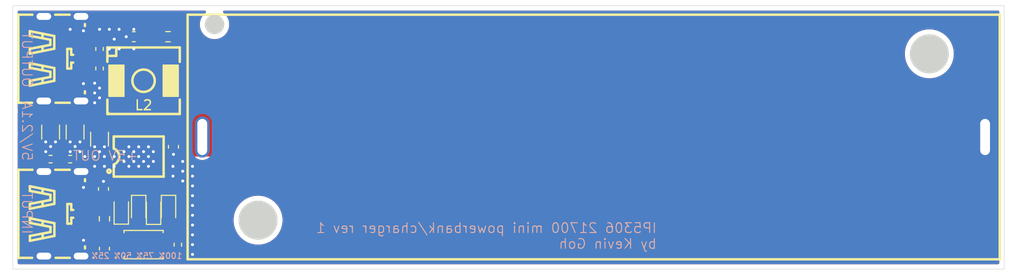
<source format=kicad_pcb>
(kicad_pcb (version 20241229) (generator "pcbnew") (generator_version "9.0")
  (layers (0 "F.Cu" signal) (2 "B.Cu" signal) (13 "F.Paste" user) (15 "B.Paste" user) (5 "F.SilkS" user "F.Silkscreen") (7 "B.SilkS" user "B.Silkscreen") (1 "F.Mask" user) (3 "B.Mask" user) (25 "Edge.Cuts" user))
  (net 0 "")
  (net 1 "/VIN")
  (net 2 "GND")
  (net 3 "/BAT")
  (net 4 "/VOUT")
  (net 5 "Net-(C6-Pad1)")
  (net 6 "Net-(C7-Pad1)")
  (net 7 "Net-(D1-A)")
  (net 8 "Net-(D1-K)")
  (net 9 "Net-(D3-A)")
  (net 10 "Net-(S1-B)")
  (net 11 "Net-(U1-KEY)")
  (net 12 "Net-(U2-CC2)")
  (net 13 "Net-(U2-CC1)")
  (net 14 "Net-(U3-CC2)")
  (net 15 "Net-(U3-CC1)")
  (net 16 "/SW")
  (footprint "Capacitor_SMD:C_0603_1608Metric" (layer "F.Cu") (at 105 73.406 -90)
    (property "Reference" "C6" (hide yes))
    (property "Value" "10uF")
    (fp_line (start -0.14058 0.51) (end 0.14058 0.51) (stroke (width 0.12)) (layer "F.SilkS"))
    (fp_line (start -0.14058 -0.51) (end 0.14058 -0.51) (stroke (width 0.12)) (layer "F.SilkS"))
    (pad "1" smd roundrect (at -0.775 0 270) (size 0.9 0.95) (layers "F.Cu" "F.Mask" "F.Paste") (net 5 "Net-(C6-Pad1)"))
    (pad "2" smd roundrect (at 0.775 0 270) (size 0.9 0.95) (layers "F.Cu" "F.Mask" "F.Paste") (net 2 "GND"))
  )
  (footprint "Capacitor_SMD:C_1206_3216Metric" (layer "F.Cu") (at 99.5 61.5 -90)
    (property "Reference" "C5" (hide yes))
    (property "Value" "22uF")
    (fp_line (start -0.711252 0.91) (end 0.711252 0.91) (stroke (width 0.12)) (layer "F.SilkS"))
    (fp_line (start -0.711252 -0.91) (end 0.711252 -0.91) (stroke (width 0.12)) (layer "F.SilkS"))
    (pad "1" smd roundrect (at -1.475 0 270) (size 1.15 1.8) (layers "F.Cu" "F.Mask" "F.Paste") (roundrect_rratio 0.217391) (net 4 "/VOUT"))
    (pad "2" smd roundrect (at 1.475 0 270) (size 1.15 1.8) (layers "F.Cu" "F.Mask" "F.Paste") (roundrect_rratio 0.217391) (net 2 "GND"))
  )
  (footprint "Capacitor_SMD:C_0603_1608Metric" (layer "F.Cu") (at 112.056 63 -90)
    (property "Reference" "C2" (hide yes))
    (property "Value" "10uF")
    (fp_line (start -0.14058 0.51) (end 0.14058 0.51) (stroke (width 0.12)) (layer "F.SilkS"))
    (fp_line (start -0.14058 -0.51) (end 0.14058 -0.51) (stroke (width 0.12)) (layer "F.SilkS"))
    (pad "1" smd roundrect (at -0.775 0 270) (size 0.9 0.95) (layers "F.Cu" "F.Mask" "F.Paste") (net 3 "/BAT"))
    (pad "2" smd roundrect (at 0.775 0 270) (size 0.9 0.95) (layers "F.Cu" "F.Mask" "F.Paste") (net 2 "GND"))
  )
  (footprint "EasyEDA_Lib:ESOP-8_L4.9-W3.9-P1.27-LS6.0-BL-EP" (layer "F.Cu") (at 108.5 64)
    (property "Reference" "U1" (hide yes))
    (property "Value" "~")
    (fp_line (start -2.55 -2.05) (end 2.55 -2.05) (stroke (width 0.254)) (layer "F.SilkS"))
    (fp_line (start -2.55 -0.8) (end -2.55 -2.05) (stroke (width 0.254)) (layer "F.SilkS"))
    (fp_line (start -2.55 0.8) (end -2.55 2.05) (stroke (width 0.254)) (layer "F.SilkS"))
    (fp_line (start 2.55 -2.05) (end 2.55 2.05) (stroke (width 0.254)) (layer "F.SilkS"))
    (fp_line (start 2.55 2.05) (end -2.55 2.05) (stroke (width 0.254)) (layer "F.SilkS"))
    (fp_arc (start -2.5 -0.8) (mid -1.99147 0) (end -2.5 0.8) (stroke (width 0.254)) (layer "F.SilkS"))
    (fp_circle (center -3.03 1.5) (end -2.86 1.5) (stroke (width 0.254)) (fill no) (layer "F.SilkS"))
    (pad "1" smd rect (at -1.905 2.9085) (size 0.6 1.2) (layers "F.Cu" "F.Mask" "F.Paste") (net 1 "/VIN"))
    (pad "2" smd rect (at -0.635 2.9085) (size 0.6 1.2) (layers "F.Cu" "F.Mask" "F.Paste") (net 7 "Net-(D1-A)"))
    (pad "3" smd rect (at 0.635 2.9085) (size 0.6 1.2) (layers "F.Cu" "F.Mask" "F.Paste") (net 9 "Net-(D3-A)"))
    (pad "4" smd rect (at 1.905 2.9085) (size 0.6 1.2) (layers "F.Cu" "F.Mask" "F.Paste") (net 8 "Net-(D1-K)"))
    (pad "5" smd rect (at 1.905 -2.9085) (size 0.6 1.2) (layers "F.Cu" "F.Mask" "F.Paste") (net 11 "Net-(U1-KEY)"))
    (pad "6" smd rect (at 0.635 -2.9085) (size 0.6 1.2) (layers "F.Cu" "F.Mask" "F.Paste") (net 3 "/BAT"))
    (pad "7" smd rect (at -0.635 -2.9085) (size 0.6 1.2) (layers "F.Cu" "F.Mask" "F.Paste") (net 16 "/SW"))
    (pad "8" smd rect (at -1.905 -2.9085) (size 0.6 1.2) (layers "F.Cu" "F.Mask" "F.Paste") (net 4 "/VOUT"))
    (pad "9" smd rect (at 0 0 180) (size 3.3 2.4) (layers "F.Cu" "F.Mask" "F.Paste") (net 2 "GND"))
  )
  (footprint "Capacitor_SMD:C_0603_1608Metric" (layer "F.Cu") (at 104.902 67.31 90)
    (property "Reference" "C1" (hide yes))
    (property "Value" "10uF" (hide yes))
    (fp_line (start -0.14058 -0.51) (end 0.14058 -0.51) (stroke (width 0.12)) (layer "F.SilkS"))
    (fp_line (start -0.14058 0.51) (end 0.14058 0.51) (stroke (width 0.12)) (layer "F.SilkS"))
    (pad "1" smd roundrect (at -0.775 0 90) (size 0.9 0.95) (layers "F.Cu" "F.Mask" "F.Paste") (net 1 "/VIN"))
    (pad "2" smd roundrect (at 0.775 0 90) (size 0.9 0.95) (layers "F.Cu" "F.Mask" "F.Paste") (net 2 "GND"))
  )
  (footprint "PCM_JLCPCB:SW_TS-1088-AR02016" (layer "F.Cu") (at 109 73)
    (property "Reference" "S1" (hide yes))
    (property "Value" "Tactile Button, 160gf")
    (fp_line (start -2 -1.45) (end 2 -1.45) (stroke (width 0.127)) (layer "F.SilkS"))
    (fp_line (start -2 -1.22) (end -2 -1.45) (stroke (width 0.127)) (layer "F.SilkS"))
    (fp_line (start -2 1.45) (end -2 1.22) (stroke (width 0.127)) (layer "F.SilkS"))
    (fp_line (start 2 -1.45) (end 2 -1.22) (stroke (width 0.127)) (layer "F.SilkS"))
    (fp_line (start 2 1.45) (end -2 1.45) (stroke (width 0.127)) (layer "F.SilkS"))
    (fp_line (start 2 1.45) (end 2 1.22) (stroke (width 0.127)) (layer "F.SilkS"))
    (pad "1" smd roundrect (at -2.075 0) (size 1.35 1.8) (layers "F.Cu" "F.Mask" "F.Paste") (roundrect_rratio 0.1851851852) (net 2 "GND"))
    (pad "2" smd roundrect (at 2.075 0) (size 1.35 1.8) (layers "F.Cu" "F.Mask" "F.Paste") (roundrect_rratio 0.1851851852) (net 10 "Net-(S1-B)"))
  )
  (footprint "EasyEDA_Lib:TYPE-C-SMD_TYPE-C-6P" (layer "F.Cu") (at 100.838 69.852 -90)
    (property "Reference" "U2" (hide yes))
    (property "Value" "~")
    (fp_line (start -4.501 4.6255) (end 4.501 4.6255) (stroke (width 0.25)) (layer "F.SilkS"))
    (fp_line (start 4.501 4.6255) (end 4.501 3.226) (stroke (width 0.25)) (layer "F.SilkS"))
    (fp_line (start -2.8175 3.458) (end -2.32 0.9565) (stroke (width 0.254)) (layer "F.SilkS"))
    (fp_line (start -2.3425 3.458) (end -2.8175 3.458) (stroke (width 0.254)) (layer "F.SilkS"))
    (fp_line (start -1.0145 3.458) (end -1.413 1.3575) (stroke (width 0.254)) (layer "F.SilkS"))
    (fp_line (start -0.519 3.458) (end -1.0145 3.458) (stroke (width 0.254)) (layer "F.SilkS"))
    (fp_line (start 0.459 3.453) (end 0.957 0.951) (stroke (width 0.254)) (layer "F.SilkS"))
    (fp_line (start 0.934 3.453) (end 0.459 3.453) (stroke (width 0.254)) (layer "F.SilkS"))
    (fp_line (start 2.2625 3.453) (end 1.8635 1.3525) (stroke (width 0.254)) (layer "F.SilkS"))
    (fp_line (start 2.758 3.453) (end 2.2625 3.453) (stroke (width 0.254)) (layer "F.SilkS"))
    (fp_line (start -4.501 3.226) (end -4.501 3.2035) (stroke (width 0.25)) (layer "F.SilkS"))
    (fp_line (start -4.501 3.2035) (end -4.501 4.6255) (stroke (width 0.25)) (layer "F.SilkS"))
    (fp_line (start -2.518 2.1575) (end -2.119 2.1575) (stroke (width 0.254)) (layer "F.SilkS"))
    (fp_line (start -1.2185 2.1575) (end -0.8185 2.1575) (stroke (width 0.254)) (layer "F.SilkS"))
    (fp_line (start 0.759 2.1525) (end 1.1575 2.1525) (stroke (width 0.254)) (layer "F.SilkS"))
    (fp_line (start 2.058 2.1525) (end 2.458 2.1525) (stroke (width 0.254)) (layer "F.SilkS"))
    (fp_line (start -1.9415 1.3575) (end -2.3425 3.458) (stroke (width 0.254)) (layer "F.SilkS"))
    (fp_line (start -1.413 1.3575) (end -1.9415 1.3575) (stroke (width 0.254)) (layer "F.SilkS"))
    (fp_line (start 1.3355 1.3525) (end 0.934 3.453) (stroke (width 0.254)) (layer "F.SilkS"))
    (fp_line (start 1.8635 1.3525) (end 1.3355 1.3525) (stroke (width 0.254)) (layer "F.SilkS"))
    (fp_line (start -2.32 0.9565) (end -1.0195 0.9565) (stroke (width 0.254)) (layer "F.SilkS"))
    (fp_line (start -1.0195 0.9565) (end -0.519 3.458) (stroke (width 0.254)) (layer "F.SilkS"))
    (fp_line (start 0.957 0.951) (end 2.2575 0.951) (stroke (width 0.254)) (layer "F.SilkS"))
    (fp_line (start 2.2575 0.951) (end 2.758 3.453) (stroke (width 0.254)) (layer "F.SilkS"))
    (fp_line (start 4.5 0.825) (end 4.5 -0.625) (stroke (width 0.25)) (layer "F.SilkS"))
    (fp_line (start -1.01 -0.375) (end 1.01 -0.375) (stroke (width 0.25)) (layer "F.SilkS"))
    (fp_line (start -1 -0.375) (end -1 -0.775) (stroke (width 0.25)) (layer "F.SilkS"))
    (fp_line (start 1 -0.375) (end 1 -0.775) (stroke (width 0.25)) (layer "F.SilkS"))
    (fp_line (start -4.5 -0.575) (end -4.5 0.8675) (stroke (width 0.25)) (layer "F.SilkS"))
    (fp_line (start -4.5 -0.575) (end -4.5 -0.617) (stroke (width 0.25)) (layer "F.SilkS"))
    (fp_line (start -1 -0.775) (end -0.4 -0.775) (stroke (width 0.25)) (layer "F.SilkS"))
    (fp_line (start -0.4 -0.775) (end -0.4 -0.975) (stroke (width 0.25)) (layer "F.SilkS"))
    (fp_line (start 0.4 -0.775) (end 0.4 -0.975) (stroke (width 0.25)) (layer "F.SilkS"))
    (fp_line (start 1 -0.775) (end 0.4 -0.775) (stroke (width 0.25)) (layer "F.SilkS"))
    (fp_line (start -3.541 -2.175) (end -3.329 -2.175) (stroke (width 0.25)) (layer "F.SilkS"))
    (fp_line (start 3.329 -2.175) (end 3.541 -2.175) (stroke (width 0.25)) (layer "F.SilkS"))
    (pad "7" thru_hole oval (at -4.32 -1.775 270) (size 1.1 1.9) (drill oval 0.7 1.5) (layers "*.Cu" "*.Mask") (net 2 "GND"))
    (pad "7" thru_hole oval (at -4.32 2.025 270) (size 1.1 1.9) (drill oval 0.7 1.5) (layers "*.Cu" "*.Mask") (net 2 "GND"))
    (pad "7" thru_hole oval (at 4.32 -1.775 270) (size 1.1 1.9) (drill oval 0.7 1.5) (layers "*.Cu" "*.Mask") (net 2 "GND"))
    (pad "7" thru_hole oval (at 4.32 2.025 270) (size 1.1 1.9) (drill oval 0.7 1.5) (layers "*.Cu" "*.Mask") (net 2 "GND"))
    (pad "A5" smd rect (at -0.5 -2.025 270) (size 0.7 1.2) (layers "F.Cu" "F.Mask" "F.Paste") (net 13 "Net-(U2-CC1)"))
    (pad "A9" smd rect (at 1.5 -2.025 270) (size 0.7 1.2) (layers "F.Cu" "F.Mask" "F.Paste") (net 1 "/VIN"))
    (pad "A12" smd rect (at 2.7 -2.025 270) (size 0.8 1.2) (layers "F.Cu" "F.Mask" "F.Paste") (net 2 "GND"))
    (pad "B5" smd rect (at 0.5 -2.025 270) (size 0.7 1.2) (layers "F.Cu" "F.Mask" "F.Paste") (net 12 "Net-(U2-CC2)"))
    (pad "B9" smd rect (at -1.5 -2.025 270) (size 0.7 1.2) (layers "F.Cu" "F.Mask" "F.Paste") (net 1 "/VIN"))
    (pad "B12" smd rect (at -2.7 -2.025 270) (size 0.8 1.2) (layers "F.Cu" "F.Mask" "F.Paste") (net 2 "GND"))
  )
  (footprint "Resistor_SMD:R_0402_1005Metric" (layer "F.Cu") (at 101.5 64.262)
    (property "Reference" "R6" (hide yes))
    (property "Value" "5.1K")
    (fp_line (start -0.153641 -0.38) (end 0.153641 -0.38) (stroke (width 0.12)) (layer "F.SilkS"))
    (fp_line (start -0.153641 0.38) (end 0.153641 0.38) (stroke (width 0.12)) (layer "F.SilkS"))
    (pad "1" smd roundrect (at -0.51 0) (size 0.54 0.64) (layers "F.Cu" "F.Mask" "F.Paste") (net 13 "Net-(U2-CC1)"))
    (pad "2" smd roundrect (at 0.51 0) (size 0.54 0.64) (layers "F.Cu" "F.Mask" "F.Paste") (net 2 "GND"))
  )
  (footprint "Capacitor_SMD:C_0603_1608Metric" (layer "F.Cu") (at 108 51.75 180)
    (property "Reference" "C7" (hide yes))
    (property "Value" "10uF")
    (fp_line (start -0.14058 0.51) (end 0.14058 0.51) (stroke (width 0.12)) (layer "F.SilkS"))
    (fp_line (start -0.14058 -0.51) (end 0.14058 -0.51) (stroke (width 0.12)) (layer "F.SilkS"))
    (pad "1" smd roundrect (at -0.775 0 180) (size 0.9 0.95) (layers "F.Cu" "F.Mask" "F.Paste") (net 6 "Net-(C7-Pad1)"))
    (pad "2" smd roundrect (at 0.775 0 180) (size 0.9 0.95) (layers "F.Cu" "F.Mask" "F.Paste") (net 2 "GND"))
  )
  (footprint "Resistor_SMD:R_0603_1608Metric" (layer "F.Cu") (at 105 70.358 -90)
    (property "Reference" "R3" (hide yes))
    (property "Value" "2R")
    (fp_line (start -0.237258 0.5225) (end 0.237258 0.5225) (stroke (width 0.12)) (layer "F.SilkS"))
    (fp_line (start -0.237258 -0.5225) (end 0.237258 -0.5225) (stroke (width 0.12)) (layer "F.SilkS"))
    (pad "1" smd roundrect (at -0.825 0 270) (size 0.8 0.95) (layers "F.Cu" "F.Mask" "F.Paste") (net 1 "/VIN"))
    (pad "2" smd roundrect (at 0.825 0 270) (size 0.8 0.95) (layers "F.Cu" "F.Mask" "F.Paste") (net 5 "Net-(C6-Pad1)"))
  )
  (footprint "Resistor_SMD:R_0402_1005Metric" (layer "F.Cu") (at 112.5 73 -90)
    (property "Reference" "R1" (hide yes))
    (property "Value" "10K")
    (fp_line (start -0.153641 0.38) (end 0.153641 0.38) (stroke (width 0.12)) (layer "F.SilkS"))
    (fp_line (start -0.153641 -0.38) (end 0.153641 -0.38) (stroke (width 0.12)) (layer "F.SilkS"))
    (pad "1" smd roundrect (at -0.51 0 270) (size 0.54 0.64) (layers "F.Cu" "F.Mask" "F.Paste") (net 11 "Net-(U1-KEY)"))
    (pad "2" smd roundrect (at 0.51 0 270) (size 0.54 0.64) (layers "F.Cu" "F.Mask" "F.Paste") (net 10 "Net-(S1-B)"))
  )
  (footprint "LED_SMD:LED_0603_1608Metric" (layer "F.Cu") (at 108.5 69.448 -90)
    (property "Reference" "D2" (hide yes))
    (property "Value" "D")
    (fp_line (start -1.485 0.735) (end 0.8 0.735) (stroke (width 0.12)) (layer "F.SilkS"))
    (fp_line (start -1.485 -0.735) (end -1.485 0.735) (stroke (width 0.12)) (layer "F.SilkS"))
    (fp_line (start 0.8 -0.735) (end -1.485 -0.735) (stroke (width 0.12)) (layer "F.SilkS"))
    (pad "1" smd roundrect (at -0.7875 0 270) (size 0.875 0.95) (layers "F.Cu" "F.Mask" "F.Paste") (net 7 "Net-(D1-A)"))
    (pad "2" smd roundrect (at 0.7875 0 270) (size 0.875 0.95) (layers "F.Cu" "F.Mask" "F.Paste") (net 8 "Net-(D1-K)"))
  )
  (footprint "LED_SMD:LED_0603_1608Metric" (layer "F.Cu") (at 106.722 69.4225 90)
    (property "Reference" "D1" (hide yes))
    (property "Value" "D")
    (fp_line (start 0.8 -0.735) (end -1.485 -0.735) (stroke (width 0.12)) (layer "F.SilkS"))
    (fp_line (start -1.485 -0.735) (end -1.485 0.735) (stroke (width 0.12)) (layer "F.SilkS"))
    (fp_line (start -1.485 0.735) (end 0.8 0.735) (stroke (width 0.12)) (layer "F.SilkS"))
    (pad "1" smd roundrect (at -0.7875 0 90) (size 0.875 0.95) (layers "F.Cu" "F.Mask" "F.Paste") (net 8 "Net-(D1-K)"))
    (pad "2" smd roundrect (at 0.7875 0 90) (size 0.875 0.95) (layers "F.Cu" "F.Mask" "F.Paste") (net 7 "Net-(D1-A)"))
  )
  (footprint "Resistor_SMD:R_0402_1005Metric" (layer "F.Cu") (at 99.5 64.262 180)
    (property "Reference" "R5" (hide yes))
    (property "Value" "5.1K")
    (fp_line (start -0.153641 0.38) (end 0.153641 0.38) (stroke (width 0.12)) (layer "F.SilkS"))
    (fp_line (start -0.153641 -0.38) (end 0.153641 -0.38) (stroke (width 0.12)) (layer "F.SilkS"))
    (pad "1" smd roundrect (at -0.51 0 180) (size 0.54 0.64) (layers "F.Cu" "F.Mask" "F.Paste") (net 12 "Net-(U2-CC2)"))
    (pad "2" smd roundrect (at 0.51 0 180) (size 0.54 0.64) (layers "F.Cu" "F.Mask" "F.Paste") (net 2 "GND"))
  )
  (footprint "Resistor_SMD:R_0402_1005Metric" (layer "F.Cu") (at 104.5 55 -90)
    (property "Reference" "R7" (hide yes))
    (property "Value" "10K")
    (fp_line (start -0.153641 0.38) (end 0.153641 0.38) (stroke (width 0.12)) (layer "F.SilkS"))
    (fp_line (start -0.153641 -0.38) (end 0.153641 -0.38) (stroke (width 0.12)) (layer "F.SilkS"))
    (pad "1" smd roundrect (at -0.51 0 270) (size 0.54 0.64) (layers "F.Cu" "F.Mask" "F.Paste") (net 14 "Net-(U3-CC2)"))
    (pad "2" smd roundrect (at 0.51 0 270) (size 0.54 0.64) (layers "F.Cu" "F.Mask" "F.Paste") (net 4 "/VOUT"))
  )
  (footprint "EasyEDA_Lib:BAT-TH_BH-21700-A5BJ001" (layer "F.Cu") (at 155 62)
    (property "Reference" "U6" (hide yes))
    (property "Value" "~")
    (fp_line (start -41.5 -12.5) (end -41.5 12.5) (stroke (width 0.254)) (layer "F.SilkS"))
    (fp_line (start -41.5 -12.5) (end 41.5 -12.5) (stroke (width 0.254)) (layer "F.SilkS"))
    (fp_line (start -41.5 12.5) (end 41.5 12.5) (stroke (width 0.254)) (layer "F.SilkS"))
    (fp_line (start 41.5 -12.5) (end 41.5 12.5) (stroke (width 0.254)) (layer "F.SilkS"))
    (fp_poly (pts (xy -37.754815 -11.598017) (xy -37.79306 -11.790285) (xy -37.868079 -11.971397) (xy -37.97699 -12.134393) (xy -38.115607 -12.27301) (xy -38.278603 -12.381921) (xy -38.459715 -12.45694) (xy -38.651983 -12.495185) (xy -38.848017 -12.495185) (xy -39.040285 -12.45694) (xy -39.221397 -12.381921) (xy -39.384393 -12.27301) (xy -39.52301 -12.134393) (xy -39.631921 -11.971397) (xy -39.70694 -11.790285) (xy -39.745185 -11.598017) (xy -39.745185 -11.401983) (xy -39.70694 -11.209715) (xy -39.631921 -11.028603) (xy -39.52301 -10.865607) (xy -39.384393 -10.72699) (xy -39.221397 -10.618079) (xy -39.040285 -10.54306) (xy -38.848017 -10.504815) (xy -38.651983 -10.504815) (xy -38.459715 -10.54306) (xy -38.278603 -10.618079) (xy -38.115607 -10.72699) (xy -37.97699 -10.865607) (xy -37.868079 -11.028603) (xy -37.79306 -11.209715) (xy -37.754815 -11.401983)) (fill yes) (layer "Edge.Cuts"))
    (fp_poly (pts (xy -32.304282 8.369194) (xy -32.338429 8.109819) (xy -32.40614 7.857121) (xy -32.506255 7.615423) (xy -32.637061 7.38886) (xy -32.79632 7.181308) (xy -32.981308 6.99632) (xy -33.18886 6.837061) (xy -33.415423 6.706255) (xy -33.657121 6.60614) (xy -33.909819 6.538429) (xy -34.169194 6.504282) (xy -34.430806 6.504282) (xy -34.690181 6.538429) (xy -34.942879 6.60614) (xy -35.184577 6.706255) (xy -35.41114 6.837061) (xy -35.618692 6.99632) (xy -35.80368 7.181308) (xy -35.962939 7.38886) (xy -36.093745 7.615423) (xy -36.19386 7.857121) (xy -36.261571 8.109819) (xy -36.295718 8.369194) (xy -36.295718 8.630806) (xy -36.261571 8.890181) (xy -36.19386 9.142879) (xy -36.093745 9.384577) (xy -35.962939 9.61114) (xy -35.80368 9.818692) (xy -35.618692 10.00368) (xy -35.41114 10.162939) (xy -35.184577 10.293745) (xy -34.942879 10.39386) (xy -34.690181 10.461571) (xy -34.430806 10.495718) (xy -34.169194 10.495718) (xy -33.909819 10.461571) (xy -33.657121 10.39386) (xy -33.415423 10.293745) (xy -33.18886 10.162939) (xy -32.981308 10.00368) (xy -32.79632 9.818692) (xy -32.637061 9.61114) (xy -32.506255 9.384577) (xy -32.40614 9.142879) (xy -32.338429 8.890181) (xy -32.304282 8.630806)) (fill yes) (layer "Edge.Cuts"))
    (fp_poly (pts (xy 36.295718 -8.630806) (xy 36.261571 -8.890181) (xy 36.19386 -9.142879) (xy 36.093745 -9.384577) (xy 35.962939 -9.61114) (xy 35.80368 -9.818692) (xy 35.618692 -10.00368) (xy 35.41114 -10.162939) (xy 35.184577 -10.293745) (xy 34.942879 -10.39386) (xy 34.690181 -10.461571) (xy 34.430806 -10.495718) (xy 34.169194 -10.495718) (xy 33.909819 -10.461571) (xy 33.657121 -10.39386) (xy 33.415423 -10.293745) (xy 33.18886 -10.162939) (xy 32.981308 -10.00368) (xy 32.79632 -9.818692) (xy 32.637061 -9.61114) (xy 32.506255 -9.384577) (xy 32.40614 -9.142879) (xy 32.338429 -8.890181) (xy 32.304282 -8.630806) (xy 32.304282 -8.369194) (xy 32.338429 -8.109819) (xy 32.40614 -7.857121) (xy 32.506255 -7.615423) (xy 32.637061 -7.38886) (xy 32.79632 -7.181308) (xy 32.981308 -6.99632) (xy 33.18886 -6.837061) (xy 33.415423 -6.706255) (xy 33.657121 -6.60614) (xy 33.909819 -6.538429) (xy 34.169194 -6.504282) (xy 34.430806 -6.504282) (xy 34.690181 -6.538429) (xy 34.942879 -6.60614) (xy 35.184577 -6.706255) (xy 35.41114 -6.837061) (xy 35.618692 -6.99632) (xy 35.80368 -7.181308) (xy 35.962939 -7.38886) (xy 36.093745 -7.615423) (xy 36.19386 -7.857121) (xy 36.261571 -8.109819) (xy 36.295718 -8.369194)) (fill yes) (layer "Edge.Cuts"))
    (pad "1" thru_hole oval (at -40 0) (size 1.5 4.2) (drill oval 1 3.7) (layers "*.Cu" "*.Mask") (net 3 "/BAT"))
    (pad "2" thru_hole oval (at 40 0) (size 1.5 4.2) (drill oval 1 3.7) (layers "*.Cu" "*.Mask") (net 2 "GND"))
  )
  (footprint "LED_SMD:LED_0603_1608Metric" (layer "F.Cu") (at 111.548 69.448 -90)
    (property "Reference" "D4" (hide yes))
    (property "Value" "D")
    (fp_line (start -1.485 0.735) (end 0.8 0.735) (stroke (width 0.12)) (layer "F.SilkS"))
    (fp_line (start -1.485 -0.735) (end -1.485 0.735) (stroke (width 0.12)) (layer "F.SilkS"))
    (fp_line (start 0.8 -0.735) (end -1.485 -0.735) (stroke (width 0.12)) (layer "F.SilkS"))
    (pad "1" smd roundrect (at -0.7875 0 270) (size 0.875 0.95) (layers "F.Cu" "F.Mask" "F.Paste") (net 9 "Net-(D3-A)"))
    (pad "2" smd roundrect (at 0.7875 0 270) (size 0.875 0.95) (layers "F.Cu" "F.Mask" "F.Paste") (net 8 "Net-(D1-K)"))
  )
  (footprint "footprint:IND-SMD_L7.1-W6.5-P5.60" (layer "F.Cu") (at 109 56.25)
    (property "Reference" "L2" (at 0 2.5 0) (layer "F.SilkS"))
    (property "Value" "1uH")
    (fp_line (start -3.7 -3.4) (end -3.7 -1.93114) (stroke (width 0.254001)) (layer "F.SilkS"))
    (fp_line (start -3.7 -3.4) (end 3.7 -3.4) (stroke (width 0.254001)) (layer "F.SilkS"))
    (fp_line (start -3.7 1.93114) (end -3.7 3.4) (stroke (width 0.254001)) (layer "F.SilkS"))
    (fp_line (start -2.794006 -3.302007) (end -2.794006 -2.540005) (stroke (width 0.254001)) (layer "F.SilkS"))
    (fp_line (start -2.794006 -2.540005) (end -3.556007 -2.540005) (stroke (width 0.254001)) (layer "F.SilkS"))
    (fp_line (start 3.7 -3.4) (end 3.7 -1.93114) (stroke (width 0.254001)) (layer "F.SilkS"))
    (fp_line (start 3.7 1.93114) (end 3.7 3.4) (stroke (width 0.254001)) (layer "F.SilkS"))
    (fp_line (start 3.700508 3.4) (end -3.699492 3.4) (stroke (width 0.254001)) (layer "F.SilkS"))
    (fp_circle (center -3.550013 3.250013) (end -3.520015 3.250013) (stroke (width 0.059995)) (fill no) (layer "F.SilkS"))
    (fp_circle (center 0.000254 0) (end 1.143256 0) (stroke (width 0.254001)) (fill no) (layer "F.SilkS"))
    (fp_poly (pts (xy -3.550013 -1.6) (xy -2 -1.6) (xy -2 1.6) (xy -3.550013 1.6)) (stroke (width 0.12)) (fill yes) (layer "F.SilkS"))
    (fp_poly (pts (xy 2 -1.6) (xy 3.550013 -1.6) (xy 3.550013 1.6) (xy 2 1.6)) (stroke (width 0.12)) (fill yes) (layer "F.SilkS"))
    (pad "1" smd rect (at -2.800102 0) (size 2 3.4) (layers "F.Cu" "F.Mask" "F.Paste") (net 16 "/SW"))
    (pad "2" smd rect (at 2.800102 0) (size 2 3.4) (layers "F.Cu" "F.Mask" "F.Paste") (net 3 "/BAT"))
  )
  (footprint "Capacitor_SMD:C_1206_3216Metric" (layer "F.Cu") (at 102 61.5 -90)
    (property "Reference" "C4" (hide yes))
    (property "Value" "22uF")
    (fp_line (start -0.711252 0.91) (end 0.711252 0.91) (stroke (width 0.12)) (layer "F.SilkS"))
    (fp_line (start -0.711252 -0.91) (end 0.711252 -0.91) (stroke (width 0.12)) (layer "F.SilkS"))
    (pad "1" smd roundrect (at -1.475 0 270) (size 1.15 1.8) (layers "F.Cu" "F.Mask" "F.Paste") (roundrect_rratio 0.217391) (net 4 "/VOUT"))
    (pad "2" smd roundrect (at 1.475 0 270) (size 1.15 1.8) (layers "F.Cu" "F.Mask" "F.Paste") (roundrect_rratio 0.217391) (net 2 "GND"))
  )
  (footprint "LED_SMD:LED_0603_1608Metric" (layer "F.Cu") (at 110.024 69.448 90)
    (property "Reference" "D3" (hide yes))
    (property "Value" "D")
    (fp_line (start 0.8 -0.735) (end -1.485 -0.735) (stroke (width 0.12)) (layer "F.SilkS"))
    (fp_line (start -1.485 -0.735) (end -1.485 0.735) (stroke (width 0.12)) (layer "F.SilkS"))
    (fp_line (start -1.485 0.735) (end 0.8 0.735) (stroke (width 0.12)) (layer "F.SilkS"))
    (pad "1" smd roundrect (at -0.7875 0 90) (size 0.875 0.95) (layers "F.Cu" "F.Mask" "F.Paste") (net 8 "Net-(D1-K)"))
    (pad "2" smd roundrect (at 0.7875 0 90) (size 0.875 0.95) (layers "F.Cu" "F.Mask" "F.Paste") (net 9 "Net-(D3-A)"))
  )
  (footprint "Resistor_SMD:R_0402_1005Metric" (layer "F.Cu") (at 104.5 53 90)
    (property "Reference" "R8" (hide yes))
    (property "Value" "10K")
    (fp_line (start -0.153641 -0.38) (end 0.153641 -0.38) (stroke (width 0.12)) (layer "F.SilkS"))
    (fp_line (start -0.153641 0.38) (end 0.153641 0.38) (stroke (width 0.12)) (layer "F.SilkS"))
    (pad "1" smd roundrect (at -0.51 0 90) (size 0.54 0.64) (layers "F.Cu" "F.Mask" "F.Paste") (net 15 "Net-(U3-CC1)"))
    (pad "2" smd roundrect (at 0.51 0 90) (size 0.54 0.64) (layers "F.Cu" "F.Mask" "F.Paste") (net 4 "/VOUT"))
  )
  (footprint "Resistor_SMD:R_0603_1608Metric" (layer "F.Cu") (at 111.5 51.75 180)
    (property "Reference" "R4" (hide yes))
    (property "Value" "2R")
    (fp_line (start -0.237258 0.5225) (end 0.237258 0.5225) (stroke (width 0.12)) (layer "F.SilkS"))
    (fp_line (start -0.237258 -0.5225) (end 0.237258 -0.5225) (stroke (width 0.12)) (layer "F.SilkS"))
    (pad "1" smd roundrect (at -0.825 0 180) (size 0.8 0.95) (layers "F.Cu" "F.Mask" "F.Paste") (net 3 "/BAT"))
    (pad "2" smd roundrect (at 0.825 0 180) (size 0.8 0.95) (layers "F.Cu" "F.Mask" "F.Paste") (net 6 "Net-(C7-Pad1)"))
  )
  (footprint "EasyEDA_Lib:TYPE-C-SMD_TYPE-C-6P" (layer "F.Cu") (at 100.831 54 -90)
    (property "Reference" "U3" (hide yes))
    (property "Value" "~")
    (fp_line (start -4.501 4.6255) (end 4.501 4.6255) (stroke (width 0.25)) (layer "F.SilkS"))
    (fp_line (start 4.501 4.6255) (end 4.501 3.226) (stroke (width 0.25)) (layer "F.SilkS"))
    (fp_line (start -2.8175 3.458) (end -2.32 0.9565) (stroke (width 0.254)) (layer "F.SilkS"))
    (fp_line (start -2.3425 3.458) (end -2.8175 3.458) (stroke (width 0.254)) (layer "F.SilkS"))
    (fp_line (start -1.0145 3.458) (end -1.413 1.3575) (stroke (width 0.254)) (layer "F.SilkS"))
    (fp_line (start -0.519 3.458) (end -1.0145 3.458) (stroke (width 0.254)) (layer "F.SilkS"))
    (fp_line (start 0.459 3.453) (end 0.957 0.951) (stroke (width 0.254)) (layer "F.SilkS"))
    (fp_line (start 0.934 3.453) (end 0.459 3.453) (stroke (width 0.254)) (layer "F.SilkS"))
    (fp_line (start 2.2625 3.453) (end 1.8635 1.3525) (stroke (width 0.254)) (layer "F.SilkS"))
    (fp_line (start 2.758 3.453) (end 2.2625 3.453) (stroke (width 0.254)) (layer "F.SilkS"))
    (fp_line (start -4.501 3.226) (end -4.501 3.2035) (stroke (width 0.25)) (layer "F.SilkS"))
    (fp_line (start -4.501 3.2035) (end -4.501 4.6255) (stroke (width 0.25)) (layer "F.SilkS"))
    (fp_line (start -2.518 2.1575) (end -2.119 2.1575) (stroke (width 0.254)) (layer "F.SilkS"))
    (fp_line (start -1.2185 2.1575) (end -0.8185 2.1575) (stroke (width 0.254)) (layer "F.SilkS"))
    (fp_line (start 0.759 2.1525) (end 1.1575 2.1525) (stroke (width 0.254)) (layer "F.SilkS"))
    (fp_line (start 2.058 2.1525) (end 2.458 2.1525) (stroke (width 0.254)) (layer "F.SilkS"))
    (fp_line (start -1.9415 1.3575) (end -2.3425 3.458) (stroke (width 0.254)) (layer "F.SilkS"))
    (fp_line (start -1.413 1.3575) (end -1.9415 1.3575) (stroke (width 0.254)) (layer "F.SilkS"))
    (fp_line (start 1.3355 1.3525) (end 0.934 3.453) (stroke (width 0.254)) (layer "F.SilkS"))
    (fp_line (start 1.8635 1.3525) (end 1.3355 1.3525) (stroke (width 0.254)) (layer "F.SilkS"))
    (fp_line (start -2.32 0.9565) (end -1.0195 0.9565) (stroke (width 0.254)) (layer "F.SilkS"))
    (fp_line (start -1.0195 0.9565) (end -0.519 3.458) (stroke (width 0.254)) (layer "F.SilkS"))
    (fp_line (start 0.957 0.951) (end 2.2575 0.951) (stroke (width 0.254)) (layer "F.SilkS"))
    (fp_line (start 2.2575 0.951) (end 2.758 3.453) (stroke (width 0.254)) (layer "F.SilkS"))
    (fp_line (start 4.5 0.825) (end 4.5 -0.625) (stroke (width 0.25)) (layer "F.SilkS"))
    (fp_line (start -1.01 -0.375) (end 1.01 -0.375) (stroke (width 0.25)) (layer "F.SilkS"))
    (fp_line (start -1 -0.375) (end -1 -0.775) (stroke (width 0.25)) (layer "F.SilkS"))
    (fp_line (start 1 -0.375) (end 1 -0.775) (stroke (width 0.25)) (layer "F.SilkS"))
    (fp_line (start -4.5 -0.575) (end -4.5 0.8675) (stroke (width 0.25)) (layer "F.SilkS"))
    (fp_line (start -4.5 -0.575) (end -4.5 -0.617) (stroke (width 0.25)) (layer "F.SilkS"))
    (fp_line (start -1 -0.775) (end -0.4 -0.775) (stroke (width 0.25)) (layer "F.SilkS"))
    (fp_line (start -0.4 -0.775) (end -0.4 -0.975) (stroke (width 0.25)) (layer "F.SilkS"))
    (fp_line (start 0.4 -0.775) (end 0.4 -0.975) (stroke (width 0.25)) (layer "F.SilkS"))
    (fp_line (start 1 -0.775) (end 0.4 -0.775) (stroke (width 0.25)) (layer "F.SilkS"))
    (fp_line (start -3.541 -2.175) (end -3.329 -2.175) (stroke (width 0.25)) (layer "F.SilkS"))
    (fp_line (start 3.329 -2.175) (end 3.541 -2.175) (stroke (width 0.25)) (layer "F.SilkS"))
    (pad "7" thru_hole oval (at -4.32 -1.775 270) (size 1.1 1.9) (drill oval 0.7 1.5) (layers "*.Cu" "*.Mask") (net 2 "GND"))
    (pad "7" thru_hole oval (at -4.32 2.025 270) (size 1.1 1.9) (drill oval 0.7 1.5) (layers "*.Cu" "*.Mask") (net 2 "GND"))
    (pad "7" thru_hole oval (at 4.32 -1.775 270) (size 1.1 1.9) (drill oval 0.7 1.5) (layers "*.Cu" "*.Mask") (net 2 "GND"))
    (pad "7" thru_hole oval (at 4.32 2.025 270) (size 1.1 1.9) (drill oval 0.7 1.5) (layers "*.Cu" "*.Mask") (net 2 "GND"))
    (pad "A5" smd rect (at -0.5 -2.025 270) (size 0.7 1.2) (layers "F.Cu" "F.Mask" "F.Paste") (net 15 "Net-(U3-CC1)"))
    (pad "A9" smd rect (at 1.5 -2.025 270) (size 0.7 1.2) (layers "F.Cu" "F.Mask" "F.Paste") (net 4 "/VOUT"))
    (pad "A12" smd rect (at 2.7 -2.025 270) (size 0.8 1.2) (layers "F.Cu" "F.Mask" "F.Paste") (net 2 "GND"))
    (pad "B5" smd rect (at 0.5 -2.025 270) (size 0.7 1.2) (layers "F.Cu" "F.Mask" "F.Paste") (net 14 "Net-(U3-CC2)"))
    (pad "B9" smd rect (at -1.5 -2.025 270) (size 0.7 1.2) (layers "F.Cu" "F.Mask" "F.Paste") (net 4 "/VOUT"))
    (pad "B12" smd rect (at -2.7 -2.025 270) (size 0.8 1.2) (layers "F.Cu" "F.Mask" "F.Paste") (net 2 "GND"))
  )
  (footprint "Capacitor_SMD:C_1206_3216Metric" (layer "F.Cu") (at 104.5 62.225 -90)
    (property "Reference" "C3" (hide yes))
    (property "Value" "22uF")
    (fp_line (start -0.711252 0.91) (end 0.711252 0.91) (stroke (width 0.12)) (layer "F.SilkS"))
    (fp_line (start -0.711252 -0.91) (end 0.711252 -0.91) (stroke (width 0.12)) (layer "F.SilkS"))
    (pad "1" smd roundrect (at -1.475 0 270) (size 1.15 1.8) (layers "F.Cu" "F.Mask" "F.Paste") (roundrect_rratio 0.217391) (net 4 "/VOUT"))
    (pad "2" smd roundrect (at 1.475 0 270) (size 1.15 1.8) (layers "F.Cu" "F.Mask" "F.Paste") (roundrect_rratio 0.217391) (net 2 "GND"))
  )
  (gr_rect (start 95.638 48.588) (end 196.946 75.5) (stroke (width 0.05)) (fill no) (layer "Edge.Cuts"))
  (gr_text "IP5306 21700 mini powerbank/charger rev 1\nby Kevin Goh" (at 161.5 73.5 0) (layer "B.SilkS") (effects (font (size 1 1) (thickness 0.1)) (justify left bottom mirror)))
  (gr_text "+5V OUT" (at 108.5 64.5 0) (layer "B.SilkS") (effects (font (size 1 1) (thickness 0.1)) (justify left bottom mirror)))
  (gr_text "5V/2.1A \n" (at 96.5 64.5 270) (layer "B.SilkS") (effects (font (size 1 1) (thickness 0.1)) (justify left bottom mirror)))
  (gr_text "100% 75% 50% 25%" (at 113 74.5 0) (layer "B.SilkS") (effects (font (size 0.6 0.6) (thickness 0.1)) (justify left bottom mirror)))
  (gr_text "INPUT\n" (at 96.5 72 270) (layer "B.SilkS") (effects (font (size 1 1) (thickness 0.1)) (justify left bottom mirror)))
  (gr_text "OUTPUT\n" (at 96.5 57 270) (layer "B.SilkS") (effects (font (size 1 1) (thickness 0.1)) (justify left bottom mirror)))
  (segment (start 103.914 70.619) (end 103.914 71.153) (width 0.5) (layer "F.Cu") (net 1))
  (segment (start 103.13 68.085) (end 102.863 68.352) (width 0.5) (layer "F.Cu") (net 1))
  (segment (start 105 69.533) (end 105 68.183) (width 0.5) (layer "F.Cu") (net 1))
  (segment (start 103.715 71.352) (end 102.863 71.352) (width 0.5) (layer "F.Cu") (net 1))
  (segment (start 104.902 68.085) (end 103.13 68.085) (width 0.5) (layer "F.Cu") (net 1))
  (segment (start 106.595 66.9085) (end 105.4185 68.085) (width 1) (layer "F.Cu") (net 1))
  (segment (start 105 68.183) (end 104.902 68.085) (width 0.5) (layer "F.Cu") (net 1))
  (segment (start 105.4185 68.085) (end 104.902 68.085) (width 1) (layer "F.Cu") (net 1))
  (segment (start 105 69.533) (end 103.914 70.619) (width 0.5) (layer "F.Cu") (net 1))
  (segment (start 104.902 69.435) (end 105 69.533) (width 0.5) (layer "F.Cu") (net 1))
  (segment (start 103.914 71.153) (end 103.715 71.352) (width 0.5) (layer "F.Cu") (net 1))
  (via (at 99 62.5) (size 0.6) (drill 0.3) (layers "F.Cu" "B.Cu") (net 2))
  (via (at 104 64) (size 0.6) (drill 0.3) (layers "F.Cu" "B.Cu") (net 2))
  (via (at 104 65) (size 0.6) (drill 0.3) (layers "F.Cu" "B.Cu") (net 2))
  (via (at 102.856 56.546) (size 0.6) (drill 0.3) (layers "F.Cu" "B.Cu") (net 2))
  (via (at 103 64) (size 0.6) (drill 0.3) (layers "F.Cu" "B.Cu") (net 2))
  (via (at 108 53) (size 0.6) (drill 0.3) (layers "F.Cu" "B.Cu") (net 2))
  (via (at 107.5 65) (size 0.6) (drill 0.3) (layers "F.Cu" "B.Cu") (net 2))
  (via (at 110 64.5) (size 0.6) (drill 0.3) (layers "F.Cu" "B.Cu") (net 2))
  (via (at 106 52) (size 0.6) (drill 0.3) (layers "F.Cu" "B.Cu") (net 2))
  (via (at 106 64) (size 0.6) (drill 0.3) (layers "F.Cu" "B.Cu") (net 2))
  (via (at 107 63.5) (size 0.6) (drill 0.3) (layers "F.Cu" "B.Cu") (net 2))
  (via (at 102.863 72.552) (size 0.6) (drill 0.3) (layers "F.Cu" "B.Cu") (net 2))
  (via (at 104.5 51) (size 0.6) (drill 0.3) (layers "F.Cu" "B.Cu") (net 2))
  (via (at 100 62.5) (size 0.6) (drill 0.3) (layers "F.Cu" "B.Cu") (net 2))
  (via (at 99.5 62.975) (size 0.6) (drill 0.3) (layers "F.Cu" "B.Cu") (net 2))
  (via (at 114 67) (size 0.6) (drill 0.3) (layers "F.Cu" "B.Cu") (net 2))
  (via (at 104 57.5) (size 0.6) (drill 0.3) (layers "F.Cu" "B.Cu") (net 2))
  (via (at 114 70) (size 0.6) (drill 0.3) (layers "F.Cu" "B.Cu") (net 2))
  (via (at 105 63) (size 0.6) (drill 0.3) (layers "F.Cu" "B.Cu") (net 2))
  (via (at 114 74) (size 0.6) (drill 0.3) (layers "F.Cu" "B.Cu") (net 2))
  (via (at 108 64.5) (size 0.6) (drill 0.3) (layers "F.Cu" "B.Cu") (net 2))
  (via (at 109.5 64) (size 0.6) (drill 0.3) (layers "F.Cu" "B.Cu") (net 2))
  (via (at 102 62.975) (size 0.6) (drill 0.3) (layers "F.Cu" "B.Cu") (net 2))
  (via (at 102.5 63.5) (size 0.6) (drill 0.3) (layers "F.Cu" "B.Cu") (net 2))
  (via (at 107.5 64) (size 0.6) (drill 0.3) (layers "F.Cu" "B.Cu") (net 2))
  (via (at 109.5 63) (size 0.6) (drill 0.3) (layers "F.Cu" "B.Cu") (net 2))
  (via (at 113 66.5) (size 0.6) (drill 0.3) (layers "F.Cu" "B.Cu") (net 2))
  (via (at 112 65) (size 0.6) (drill 0.3) (layers "F.Cu" "B.Cu") (net 2))
  (via (at 104 63) (size 0.6) (drill 0.3) (layers "F.Cu" "B.Cu") (net 2))
  (via (at 113 64.5) (size 0.6) (drill 0.3) (layers "F.Cu" "B.Cu") (net 2))
  (via (at 106 65) (size 0.6) (drill 0.3) (layers "F.Cu" "B.Cu") (net 2))
  (via (at 107.5 63) (size 0.6) (drill 0.3) (layers "F.Cu" "B.Cu") (net 2))
  (via (at 113 65.5) (size 0.6) (drill 0.3) (layers "F.Cu" "B.Cu") (net 2))
  (via (at 109 64.5) (size 0.6) (drill 0.3) (layers "F.Cu" "B.Cu") (net 2))
  (via (at 104.5 57) (size 0.6) (drill 0.3) (layers "F.Cu" "B.Cu") (net 2))
  (via (at 110 63.5) (size 0.6) (drill 0.3) (layers "F.Cu" "B.Cu") (net 2))
  (via (at 114 68) (size 0.6) (drill 0.3) (layers "F.Cu" "B.Cu") (net 2))
  (via (at 108 51) (size 0.6) (drill 0.3) (layers "F.Cu" "B.Cu") (net 2))
  (via (at 104 56.5) (size 0.6) (drill 0.3) (layers "F.Cu" "B.Cu") (net 2))
  (via (at 109.5 65) (size 0.6) (drill 0.3) (layers "F.Cu" "B.Cu") (net 2))
  (via (at 108.5 63) (size 0.6) (drill 0.3) (layers "F.Cu" "B.Cu") (net 2))
  (via (at 114 71) (size 0.6) (drill 0.3) (layers "F.Cu" "B.Cu") (net 2))
  (via (at 114 66) (size 0.6) (drill 0.3) (layers "F.Cu" "B.Cu") (net 2))
  (via (at 101.5 51) (size 0.6) (drill 0.3) (layers "F.Cu" "B.Cu") (net 2))
  (via (at 105 65) (size 0.6) (drill 0.3) (layers "F.Cu" "B.Cu") (net 2))
  (via (at 104 58.5) (size 0.6) (drill 0.3) (layers "F.Cu" "B.Cu") (net 2))
  (via (at 112 66) (size 0.6) (drill 0.3) (layers "F.Cu" "B.Cu") (net 2))
  (via (at 101.5 62.5) (size 0.6) (drill 0.3) (layers "F.Cu" "B.Cu") (net 2))
  (via (at 105.5 51) (size 0.6) (drill 0.3) (layers "F.Cu" "B.Cu") (net 2))
  (via (at 106.5 51) (size 0.6) (drill 0.3) (layers "F.Cu" "B.Cu") (net 2))
  (via (at 108.5 65) (size 0.6) (drill 0.3) (layers "F.Cu" "B.Cu") (net 2))
  (via (at 102.5 62.5) (size 0.6) (drill 0.3) (layers "F.Cu" "B.Cu") (net 2))
  (via (at 107.225 51.75) (size 0.6) (drill 0.3) (layers "F.Cu" "B.Cu") (net 2))
  (via (at 104.5 58) (size 0.6) (drill 0.3) (layers "F.Cu" "B.Cu") (net 2))
  (via (at 106.5 53) (size 0.6) (drill 0.3) (layers "F.Cu" "B.Cu") (net 2))
  (via (at 104.902 66.535) (size 0.6) (drill 0.3) (layers "F.Cu" "B.Cu") (net 2))
  (via (at 112.056 63.775) (size 0.6) (drill 0.3) (layers "F.Cu" "B.Cu") (net 2))
  (via (at 108.5 64) (size 0.6) (drill 0.3) (layers "F.Cu" "B.Cu") (net 2))
  (via (at 107 64.5) (size 0.6) (drill 0.3) (layers "F.Cu" "B.Cu") (net 2))
  (via (at 102.863 67.152) (size 0.6) (drill 0.3) (layers "F.Cu" "B.Cu") (net 2))
  (via (at 109 63.5) (size 0.6) (drill 0.3) (layers "F.Cu" "B.Cu") (net 2))
  (via (at 114 65) (size 0.6) (drill 0.3) (layers "F.Cu" "B.Cu") (net 2))
  (via (at 108 63.5) (size 0.6) (drill 0.3) (layers "F.Cu" "B.Cu") (net 2))
  (via (at 114 73) (size 0.6) (drill 0.3) (layers "F.Cu" "B.Cu") (net 2))
  (via (at 114 69) (size 0.6) (drill 0.3) (layers "F.Cu" "B.Cu") (net 2))
  (via (at 105 64) (size 0.6) (drill 0.3) (layers "F.Cu" "B.Cu") (net 2))
  (via (at 114 72) (size 0.6) (drill 0.3) (layers "F.Cu" "B.Cu") (net 2))
  (via (at 102.856 51.146) (size 0.6) (drill 0.3) (layers "F.Cu" "B.Cu") (net 2))
  (via (at 105.5 53) (size 0.6) (drill 0.3) (layers "F.Cu" "B.Cu") (net 2))
  (via (at 99 63.5) (size 0.6) (drill 0.3) (layers "F.Cu" "B.Cu") (net 2))
  (via (at 101.5 63.5) (size 0.6) (drill 0.3) (layers "F.Cu" "B.Cu") (net 2))
  (via (at 104.5 63.5) (size 0.6) (drill 0.3) (layers "F.Cu" "B.Cu") (net 2))
  (segment (start 112.325 51.75) (end 112.325 56.042602) (width 1) (layer "F.Cu") (net 3))
  (segment (start 112.325 56.042602) (end 111.800102 56.5675) (width 1) (layer "F.Cu") (net 3))
  (segment (start 104.5 55.51) (end 103.02 55.51) (width 0.2) (layer "F.Cu") (net 4))
  (segment (start 103.02 55.51) (end 102.856 55.346) (width 0.2) (layer "F.Cu") (net 4))
  (segment (start 104.5 52.49) (end 103 52.49) (width 0.2) (layer "F.Cu") (net 4))
  (segment (start 103 52.49) (end 102.856 52.346) (width 0.2) (layer "F.Cu") (net 4))
  (segment (start 105 71.183) (end 105 72.631) (width 0.5) (layer "F.Cu") (net 5))
  (segment (start 110.675 51.75) (end 108.775 51.75) (width 1) (layer "F.Cu") (net 6))
  (segment (start 107.865 68.0255) (end 108.5 68.6605) (width 0.5) (layer "F.Cu") (net 7))
  (segment (start 108.4745 68.635) (end 108.5 68.6605) (width 0.5) (layer "F.Cu") (net 7))
  (segment (start 107.865 68.0255) (end 107.865 66.9085) (width 0.5) (layer "F.Cu") (net 7))
  (segment (start 106.722 68.635) (end 108.4745 68.635) (width 0.5) (layer "F.Cu") (net 7))
  (segment (start 112.474 68.158268) (end 112.474 69.3095) (width 0.5) (layer "F.Cu") (net 8))
  (segment (start 112.474 69.3095) (end 111.548 70.2355) (width 0.5) (layer "F.Cu") (net 8))
  (segment (start 106.722 70.21) (end 111.5225 70.21) (width 0.5) (layer "F.Cu") (net 8))
  (segment (start 110.405 66.9085) (end 111.224232 66.9085) (width 0.5) (layer "F.Cu") (net 8))
  (segment (start 111.224232 66.9085) (end 112.474 68.158268) (width 0.5) (layer "F.Cu") (net 8))
  (segment (start 110.587 68.6605) (end 111.548 68.6605) (width 0.5) (layer "F.Cu") (net 9))
  (segment (start 109.135 67.2085) (end 110.587 68.6605) (width 0.5) (layer "F.Cu") (net 9))
  (segment (start 111.075 73) (end 111.99 73) (width 0.2) (layer "F.Cu") (net 10))
  (segment (start 111.99 73) (end 112.5 73.51) (width 0.2) (layer "F.Cu") (net 10))
  (segment (start 111 65.905036) (end 113.025 67.930036) (width 0.2) (layer "F.Cu") (net 11))
  (segment (start 113.025 71.965) (end 112.5 72.49) (width 0.2) (layer "F.Cu") (net 11))
  (segment (start 110.405 61.0915) (end 111 61.6865) (width 0.2) (layer "F.Cu") (net 11))
  (segment (start 111 61.6865) (end 111 65.905036) (width 0.2) (layer "F.Cu") (net 11))
  (segment (start 113.025 67.930036) (end 113.025 71.965) (width 0.2) (layer "F.Cu") (net 11))
  (segment (start 100.589 64.841) (end 100.01 64.262) (width 0.2) (layer "F.Cu") (net 12))
  (segment (start 100.589 68.589) (end 100.589 64.841) (width 0.2) (layer "F.Cu") (net 12))
  (segment (start 102.352 70.352) (end 100.589 68.589) (width 0.2) (layer "F.Cu") (net 12))
  (segment (start 102.863 70.352) (end 102.352 70.352) (width 0.2) (layer "F.Cu") (net 12))
  (segment (start 100.99 64.262) (end 100.99 68.279) (width 0.2) (layer "F.Cu") (net 13))
  (segment (start 102.063 69.352) (end 102.863 69.352) (width 0.2) (layer "F.Cu") (net 13))
  (segment (start 100.99 68.279) (end 102.063 69.352) (width 0.2) (layer "F.Cu") (net 13))
  (segment (start 102.856 54.346) (end 104.356 54.346) (width 0.2) (layer "F.Cu") (net 14))
  (segment (start 104.356 54.346) (end 104.5 54.49) (width 0.2) (layer "F.Cu") (net 14))
  (segment (start 102.862 54.352) (end 102.856 54.346) (width 0.2) (layer "F.Cu") (net 14))
  (segment (start 104.5 53.51) (end 103.02 53.51) (width 0.2) (layer "F.Cu") (net 15))
  (segment (start 103.02 53.51) (end 102.856 53.346) (width 0.2) (layer "F.Cu") (net 15))
  (zone (net 4) (net_name "/VOUT") (layer "F.Cu") (priority 2) (connect_pads yes (clearance 0.25)) (min_thickness 0.25) (fill yes (thermal_gap 0.5) (thermal_bridge_width 0.5))
    (polygon (pts (xy 107 60.5) (xy 107 62) (xy 103 61.5) (xy 96 61.5) (xy 96 59.5) (xy 100 59) (xy 100 52) (xy 103 52) (xy 103 53) (xy 102 53) (xy 102 55) (xy 103 55) (xy 103 56) (xy 102 56) (xy 102 59)))
  )
  (zone (net 3) (net_name "/BAT") (layer "F.Cu") (priority 1) (connect_pads yes (clearance 0.25)) (min_thickness 0.25) (fill yes (thermal_gap 0.5) (thermal_bridge_width 0.5))
    (polygon (pts (xy 108.5 62) (xy 109.5 62) (xy 110.5 60.5) (xy 111 60.5) (xy 111 62) (xy 114 64) (xy 116 64) (xy 116 56.5) (xy 113 54.5) (xy 108.5 54.5)))
  )
  (zone (net 16) (net_name "/SW") (layer "F.Cu") (priority 2) (connect_pads yes (clearance 0.25)) (min_thickness 0.25) (fill yes (thermal_gap 0.5) (thermal_bridge_width 0.5))
    (polygon (pts (xy 105 54.5) (xy 105 59.5) (xy 107.5 60.5) (xy 107.5 61.5) (xy 108.5 61.5) (xy 108.5 54.5)))
  )
  (zone (net 2) (net_name "GND") (layer "F.Cu") (connect_pads yes (clearance 0.25)) (min_thickness 0.25) (fill yes (thermal_gap 0.5) (thermal_bridge_width 0.5))
    (polygon (pts (xy 95.5 48.5) (xy 197.5 48.5) (xy 197.5 75.5) (xy 95 75.5)))
  )
  (zone (net 2) (net_name "GND") (layer "B.Cu") (priority 3) (connect_pads yes (clearance 0.25)) (min_thickness 0.25) (fill yes (thermal_gap 0.5) (thermal_bridge_width 0.5))
    (polygon (pts (xy 95 48) (xy 198.5 48) (xy 199 76.5) (xy 94.5 76.5)))
  )
)
</source>
